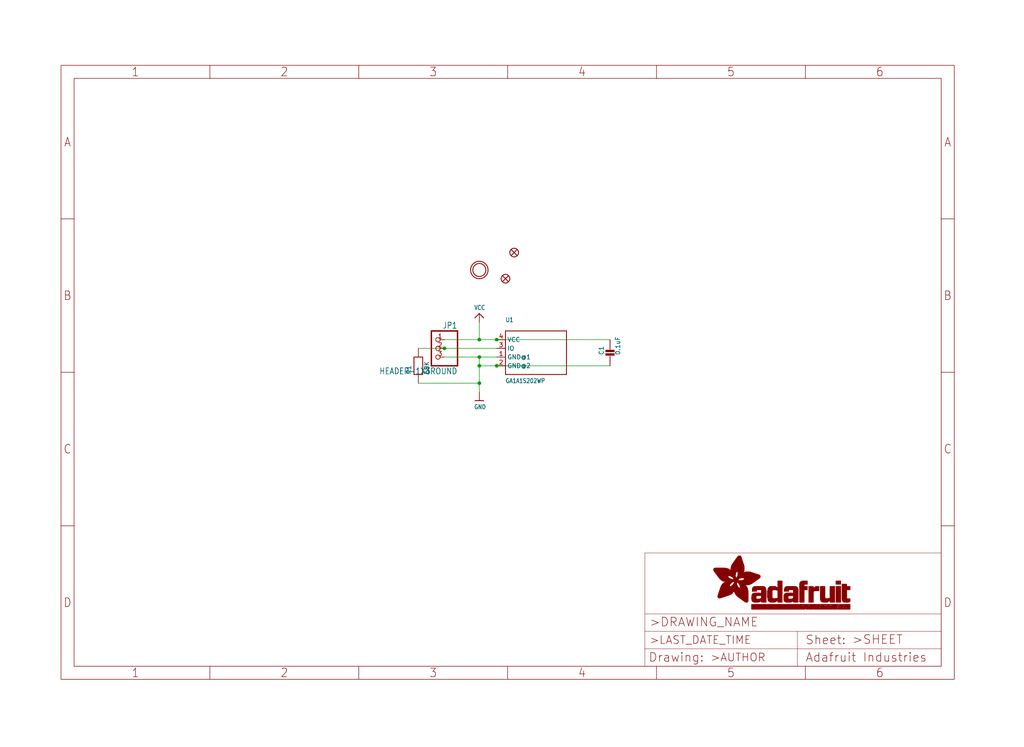
<source format=kicad_sch>
(kicad_sch (version 20211123) (generator eeschema)
  (paper "User" 298.45 217.881)
  (lib_symbols
    (symbol "schematicEagle-eagle-import:CAP_CERAMIC_0805MP"
      (property "Reference" "C" (at -1.79 0.54 90))
      (property "Value" "CAP_CERAMIC_0805MP" (at 3 0.54 90))
      (symbol "CAP_CERAMIC_0805MP_1_0"
        (pin passive line (at 0 5.08 270) (length 2.54) (name "P$1") (number "1"))
        (pin passive line (at 0 -2.54 90) (length 2.54) (name "P$2") (number "2"))
      )
    )
    (symbol "schematicEagle-eagle-import:FIDUCIAL{dblquote}{dblquote}")
    (symbol "schematicEagle-eagle-import:FRAME_A4_ADAFRUIT"
      (symbol "FRAME_A4_ADAFRUIT_0_0"
        (text "1" (at 21.6958 1.905 0) (effects (font (size 2.54 2.286))))
        (text "1" (at 21.6958 177.165 0) (effects (font (size 2.54 2.286))))
        (text "2" (at 65.0875 1.905 0) (effects (font (size 2.54 2.286))))
        (text "2" (at 65.0875 177.165 0) (effects (font (size 2.54 2.286))))
        (text "3" (at 108.4792 1.905 0) (effects (font (size 2.54 2.286))))
        (text "3" (at 108.4792 177.165 0) (effects (font (size 2.54 2.286))))
        (text "4" (at 151.8708 1.905 0) (effects (font (size 2.54 2.286))))
        (text "4" (at 151.8708 177.165 0) (effects (font (size 2.54 2.286))))
        (text "5" (at 195.2625 1.905 0) (effects (font (size 2.54 2.286))))
        (text "5" (at 195.2625 177.165 0) (effects (font (size 2.54 2.286))))
        (text "6" (at 238.6542 1.905 0) (effects (font (size 2.54 2.286))))
        (text "6" (at 238.6542 177.165 0) (effects (font (size 2.54 2.286))))
        (text "A" (at 1.905 156.6863 0) (effects (font (size 2.54 2.286))))
        (text "A" (at 258.445 156.6863 0) (effects (font (size 2.54 2.286))))
        (text "B" (at 1.905 111.9188 0) (effects (font (size 2.54 2.286))))
        (text "B" (at 258.445 111.9188 0) (effects (font (size 2.54 2.286))))
        (text "C" (at 1.905 67.1513 0) (effects (font (size 2.54 2.286))))
        (text "C" (at 258.445 67.1513 0) (effects (font (size 2.54 2.286))))
        (text "D" (at 1.905 22.3838 0) (effects (font (size 2.54 2.286))))
        (text "D" (at 258.445 22.3838 0) (effects (font (size 2.54 2.286))))
      )
      (symbol "FRAME_A4_ADAFRUIT_1_0"
        (text ">AUTHOR" (at 189.23 5.08 0) (effects (font (size 2.286 2.286)) (justify left bottom)))
        (text ">DRAWING_NAME" (at 171.45 15.24 0) (effects (font (size 2.54 2.54)) (justify left bottom)))
        (text ">LAST_DATE_TIME" (at 171.45 10.16 0) (effects (font (size 2.286 2.286)) (justify left bottom)))
        (text ">SHEET" (at 230.505 10.16 0) (effects (font (size 2.54 2.54)) (justify left bottom)))
        (text "Adafruit Industries" (at 216.916 4.953 0) (effects (font (size 2.54 2.54)) (justify left bottom)))
        (text "Drawing:" (at 171.196 4.953 0) (effects (font (size 2.54 2.54)) (justify left bottom)))
        (text "Sheet:" (at 216.916 10.033 0) (effects (font (size 2.54 2.54)) (justify left bottom)))
      )
    )
    (symbol "schematicEagle-eagle-import:GA1A1S202WP"
      (property "Reference" "U" (at -10.16 7.62 0))
      (property "Value" "GA1A1S202WP" (at -10.16 -10.16 0))
      (symbol "GA1A1S202WP_1_0"
        (pin power_in line (at -12.7 -2.54 0) (length 2.54) (name "GND@1") (number "1"))
        (pin power_in line (at -12.7 -5.08 0) (length 2.54) (name "GND@2") (number "2"))
        (pin output line (at -12.7 0 0) (length 2.54) (name "IO") (number "3"))
        (pin power_in line (at -12.7 2.54 0) (length 2.54) (name "VCC") (number "4"))
      )
    )
    (symbol "schematicEagle-eagle-import:GND" (power)
      (property "Value" "GND" (at -1.524 -2.54 0))
      (symbol "GND_1_0"
        (pin power_in line (at 0 2.54 270) (length 2.54) (name "GND") (number "1"))
      )
    )
    (symbol "schematicEagle-eagle-import:HEADER-1X3ROUND"
      (property "Reference" "JP" (at -6.35 5.715 0))
      (property "Value" "HEADER-1X3ROUND" (at -6.35 -7.62 0))
      (symbol "HEADER-1X3ROUND_1_0"
        (pin passive inverted (at -2.54 2.54 0) (length 2.54) (name "1") (number "1"))
        (pin passive inverted (at -2.54 0 0) (length 2.54) (name "2") (number "2"))
        (pin passive inverted (at -2.54 -2.54 0) (length 2.54) (name "3") (number "3"))
      )
    )
    (symbol "schematicEagle-eagle-import:MOUNTINGHOLE2.5")
    (symbol "schematicEagle-eagle-import:RESISTOR_0805MP"
      (property "Reference" "R" (at -2.54 2.032 0))
      (property "Value" "RESISTOR_0805MP" (at -2.54 -3.175 0))
      (symbol "RESISTOR_0805MP_1_0"
        (pin passive line (at -5.08 0 0) (length 2.54) (name "1") (number "1"))
        (pin passive line (at 5.08 0 180) (length 2.54) (name "2") (number "2"))
      )
    )
    (symbol "schematicEagle-eagle-import:VCC" (power)
      (property "Value" "VCC" (at -1.524 1.016 0))
      (symbol "VCC_1_0"
        (pin power_in line (at 0 -2.54 90) (length 2.54) (name "VCC") (number "1"))
      )
    )
  )
  (junction (at 129.54 101.6))
  (junction (at 144.78 99.06))
  (junction (at 139.7 104.14))
  (junction (at 139.7 99.06))
  (junction (at 139.7 111.76))
  (junction (at 139.7 106.68))
  (junction (at 144.78 106.68))
  (wire (pts (xy 121.92 101.6) (xy 129.54 101.6)))
  (wire (pts (xy 139.7 104.14) (xy 129.54 104.14)))
  (wire (pts (xy 139.7 104.14) (xy 139.7 106.68)))
  (wire (pts (xy 144.78 99.06) (xy 139.7 99.06)))
  (wire (pts (xy 139.7 99.06) (xy 129.54 99.06)))
  (wire (pts (xy 144.78 104.14) (xy 139.7 104.14)))
  (wire (pts (xy 139.7 111.76) (xy 139.7 114.3)))
  (wire (pts (xy 121.92 111.76) (xy 139.7 111.76)))
  (wire (pts (xy 144.78 106.68) (xy 139.7 106.68)))
  (wire (pts (xy 139.7 99.06) (xy 139.7 93.98)))
  (wire (pts (xy 144.78 101.6) (xy 129.54 101.6)))
  (wire (pts (xy 139.7 106.68) (xy 139.7 111.76)))
  (wire (pts (xy 144.78 106.68) (xy 177.8 106.68)))
  (wire (pts (xy 144.78 99.06) (xy 177.8 99.06)))
  (symbol (lib_id "schematicEagle-eagle-import:CAP_CERAMIC_0805MP") (at 177.8 104.14 0) (unit 1)
    (property "Reference" "C1" (at 176.01 103.6 90) (effects (justify left bottom)))
    (property "Value" "0.1uF" (at 180.8 103.6 90) (effects (justify left bottom)))
    (property "Footprint" "schematicEagle:_0805MP" (effects hide))
  )
  (symbol (lib_id "schematicEagle-eagle-import:GA1A1S202WP") (at 157.48 101.6 0) (unit 1)
    (property "Reference" "U1" (at 147.32 93.98 0) (effects (font (size 1.27 1.0795)) (justify left bottom)))
    (property "Value" "GA1A1S202WP" (at 147.32 111.76 0) (effects (font (size 1.27 1.0795)) (justify left bottom)))
    (property "Footprint" "schematicEagle:GA1A1S202WP" (effects hide))
  )
  (symbol (lib_id "schematicEagle-eagle-import:GND") (at 139.7 116.84 0) (unit 1)
    (property "Reference" "#U$2" (effects hide))
    (property "Value" "GND" (at 138.176 119.38 0) (effects (font (size 1.27 1.0795)) (justify left bottom)))
    (property "Footprint" "schematicEagle:" (effects hide))
  )
  (symbol (lib_id "schematicEagle-eagle-import:HEADER-1X3ROUND") (at 127 101.6 0) (mirror y) (unit 1)
    (property "Reference" "JP1" (at 133.35 95.885 0) (effects (font (size 1.778 1.5113)) (justify left bottom)))
    (property "Value" "HEADER-1X3ROUND" (at 133.35 109.22 0) (effects (font (size 1.778 1.5113)) (justify left bottom)))
    (property "Footprint" "schematicEagle:1X03_ROUND" (effects hide))
  )
  (symbol (lib_id "schematicEagle-eagle-import:VCC") (at 139.7 91.44 0) (unit 1)
    (property "Reference" "#P+1" (effects hide))
    (property "Value" "VCC" (at 138.176 90.424 0) (effects (font (size 1.27 1.0795)) (justify left bottom)))
    (property "Footprint" "schematicEagle:" (effects hide))
  )
  (symbol (lib_id "schematicEagle-eagle-import:RESISTOR_0805MP") (at 121.92 106.68 90) (unit 1)
    (property "Reference" "R1" (at 119.888 109.22 0) (effects (justify left bottom)))
    (property "Value" "68K" (at 125.095 109.22 0) (effects (justify left bottom)))
    (property "Footprint" "schematicEagle:_0805MP" (effects hide))
  )
  (symbol (lib_id "schematicEagle-eagle-import:FRAME_A4_ADAFRUIT") (at 17.78 198.12 0) (unit 1)
    (property "Reference" "#U$1" (effects hide))
    (property "Value" "FRAME_A4_ADAFRUIT" (effects hide))
    (property "Footprint" "schematicEagle:" (effects hide))
  )
  (symbol (lib_id "schematicEagle-eagle-import:FIDUCIAL{dblquote}{dblquote}") (at 149.86 73.66 0) (unit 1)
    (property "Reference" "FID1" (effects hide))
    (property "Value" "FIDUCIAL{dblquote}{dblquote}" (effects hide))
    (property "Footprint" "schematicEagle:FIDUCIAL_1MM" (effects hide))
  )
  (symbol (lib_id "schematicEagle-eagle-import:MOUNTINGHOLE2.5") (at 139.7 78.74 0) (unit 1)
    (property "Reference" "U$3" (effects hide))
    (property "Value" "MOUNTINGHOLE2.5" (effects hide))
    (property "Footprint" "schematicEagle:MOUNTINGHOLE_2.5_PLATED" (effects hide))
  )
  (symbol (lib_id "schematicEagle-eagle-import:FIDUCIAL{dblquote}{dblquote}") (at 147.32 81.28 0) (unit 1)
    (property "Reference" "FID2" (effects hide))
    (property "Value" "FIDUCIAL{dblquote}{dblquote}" (effects hide))
    (property "Footprint" "schematicEagle:FIDUCIAL_1MM" (effects hide))
  )
)
</source>
